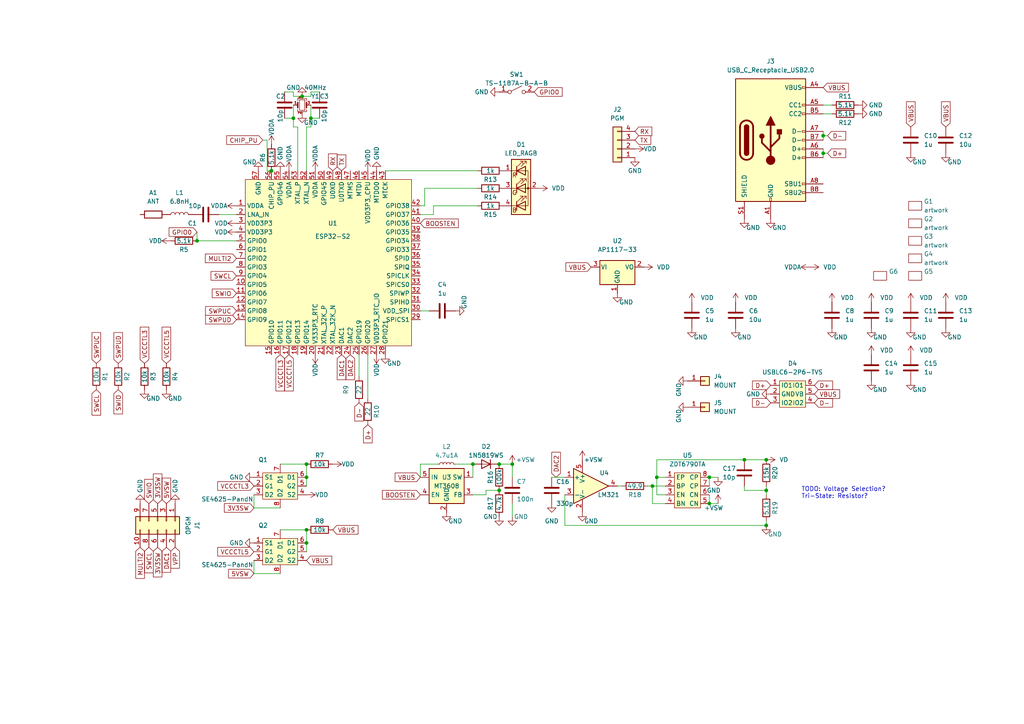
<source format=kicad_sch>
(kicad_sch (version 20230121) (generator eeschema)
  (paper "A4")
  (junction (at 78.74 49.53))
  (junction (at 238.76 39.37))
  (junction (at 205.74 146.05))
  (junction (at 144.78 142.24))
  (junction (at 88.9 157.48))
  (junction (at 222.25 142.24))
  (junction (at 57.15 69.85))
  (junction (at 85.09 34.29))
  (junction (at 222.25 152.4))
  (junction (at 238.76 44.45))
  (junction (at 137.16 134.62))
  (junction (at 88.9 153.67))
  (junction (at 222.25 133.35))
  (junction (at 189.23 140.97))
  (junction (at 87.63 27.94))
  (junction (at 190.5 138.43))
  (junction (at 144.78 134.62))
  (junction (at 205.74 138.43))
  (junction (at 215.9 133.35))
  (junction (at 148.59 134.62))
  (junction (at 88.9 134.62))
  (junction (at 90.17 34.29))
  (junction (at 88.9 138.43))
  (wire (pts (xy 90.17 36.83) (xy 90.17 34.29)))
  (wire (pts (xy 106.68 102.87) (xy 106.68 115.57)))
  (wire (pts (xy 81.28 153.67) (xy 88.9 153.67)))
  (wire (pts (xy 190.5 138.43) (xy 193.04 138.43)))
  (wire (pts (xy 81.28 134.62) (xy 88.9 134.62)))
  (wire (pts (xy 88.9 36.83) (xy 90.17 36.83)))
  (wire (pts (xy 73.66 166.37) (xy 73.66 162.56)))
  (wire (pts (xy 123.19 59.69) (xy 123.19 54.61)))
  (wire (pts (xy 88.9 153.67) (xy 88.9 157.48)))
  (wire (pts (xy 189.23 140.97) (xy 189.23 146.05)))
  (wire (pts (xy 238.76 39.37) (xy 240.03 39.37)))
  (wire (pts (xy 121.92 90.17) (xy 124.46 90.17)))
  (wire (pts (xy 85.09 26.67) (xy 82.55 26.67)))
  (wire (pts (xy 90.17 26.67) (xy 92.71 26.67)))
  (wire (pts (xy 215.9 142.24) (xy 215.9 140.97)))
  (wire (pts (xy 104.14 102.87) (xy 104.14 109.22)))
  (wire (pts (xy 189.23 140.97) (xy 193.04 140.97)))
  (wire (pts (xy 238.76 38.1) (xy 238.76 39.37)))
  (wire (pts (xy 123.19 59.69) (xy 121.92 59.69)))
  (wire (pts (xy 63.5 62.23) (xy 68.58 62.23)))
  (wire (pts (xy 238.76 44.45) (xy 238.76 45.72)))
  (wire (pts (xy 238.76 39.37) (xy 238.76 40.64)))
  (wire (pts (xy 222.25 152.4) (xy 222.25 151.13)))
  (wire (pts (xy 125.73 59.69) (xy 138.43 59.69)))
  (wire (pts (xy 76.2 40.64) (xy 77.47 40.64)))
  (wire (pts (xy 238.76 44.45) (xy 240.03 44.45)))
  (wire (pts (xy 85.09 34.29) (xy 85.09 30.48)))
  (wire (pts (xy 140.97 142.24) (xy 140.97 143.51)))
  (wire (pts (xy 111.76 49.53) (xy 138.43 49.53)))
  (wire (pts (xy 205.74 143.51) (xy 205.74 146.05)))
  (wire (pts (xy 190.5 133.35) (xy 215.9 133.35)))
  (wire (pts (xy 205.74 138.43) (xy 208.28 138.43)))
  (wire (pts (xy 187.96 140.97) (xy 189.23 140.97)))
  (wire (pts (xy 190.5 143.51) (xy 190.5 138.43)))
  (wire (pts (xy 205.74 138.43) (xy 205.74 140.97)))
  (wire (pts (xy 137.16 143.51) (xy 140.97 143.51)))
  (wire (pts (xy 222.25 140.97) (xy 222.25 142.24)))
  (wire (pts (xy 85.09 36.83) (xy 85.09 34.29)))
  (wire (pts (xy 137.16 134.62) (xy 137.16 138.43)))
  (wire (pts (xy 238.76 30.48) (xy 241.3 30.48)))
  (wire (pts (xy 215.9 142.24) (xy 222.25 142.24)))
  (wire (pts (xy 163.83 152.4) (xy 222.25 152.4)))
  (wire (pts (xy 81.28 166.37) (xy 73.66 166.37)))
  (wire (pts (xy 121.92 62.23) (xy 125.73 62.23)))
  (wire (pts (xy 215.9 133.35) (xy 222.25 133.35)))
  (wire (pts (xy 238.76 43.18) (xy 238.76 44.45)))
  (wire (pts (xy 160.02 138.43) (xy 163.83 138.43)))
  (wire (pts (xy 77.47 49.53) (xy 78.74 49.53)))
  (wire (pts (xy 88.9 134.62) (xy 88.9 138.43)))
  (wire (pts (xy 125.73 62.23) (xy 125.73 59.69)))
  (wire (pts (xy 77.47 40.64) (xy 77.47 49.53)))
  (wire (pts (xy 82.55 34.29) (xy 85.09 34.29)))
  (wire (pts (xy 90.17 34.29) (xy 90.17 30.48)))
  (wire (pts (xy 205.74 146.05) (xy 208.28 146.05)))
  (wire (pts (xy 180.34 140.97) (xy 179.07 140.97)))
  (wire (pts (xy 57.15 69.85) (xy 68.58 69.85)))
  (wire (pts (xy 88.9 49.53) (xy 88.9 36.83)))
  (wire (pts (xy 88.9 157.48) (xy 88.9 160.02)))
  (wire (pts (xy 132.08 134.62) (xy 137.16 134.62)))
  (wire (pts (xy 81.28 147.32) (xy 73.66 147.32)))
  (wire (pts (xy 90.17 27.94) (xy 90.17 26.67)))
  (wire (pts (xy 148.59 134.62) (xy 148.59 138.43)))
  (wire (pts (xy 190.5 138.43) (xy 190.5 133.35)))
  (wire (pts (xy 87.63 27.94) (xy 90.17 27.94)))
  (wire (pts (xy 144.78 142.24) (xy 140.97 142.24)))
  (wire (pts (xy 90.17 34.29) (xy 92.71 34.29)))
  (wire (pts (xy 148.59 146.05) (xy 148.59 149.86)))
  (wire (pts (xy 86.36 36.83) (xy 85.09 36.83)))
  (wire (pts (xy 238.76 33.02) (xy 241.3 33.02)))
  (wire (pts (xy 85.09 27.94) (xy 85.09 26.67)))
  (wire (pts (xy 222.25 143.51) (xy 222.25 142.24)))
  (wire (pts (xy 144.78 134.62) (xy 148.59 134.62)))
  (wire (pts (xy 123.19 54.61) (xy 138.43 54.61)))
  (wire (pts (xy 86.36 49.53) (xy 86.36 36.83)))
  (wire (pts (xy 87.63 27.94) (xy 85.09 27.94)))
  (wire (pts (xy 121.92 134.62) (xy 121.92 138.43)))
  (wire (pts (xy 88.9 138.43) (xy 88.9 140.97)))
  (wire (pts (xy 57.15 67.31) (xy 57.15 69.85)))
  (wire (pts (xy 127 134.62) (xy 121.92 134.62)))
  (wire (pts (xy 193.04 146.05) (xy 189.23 146.05)))
  (wire (pts (xy 193.04 143.51) (xy 190.5 143.51)))
  (wire (pts (xy 163.83 143.51) (xy 163.83 152.4)))
  (wire (pts (xy 73.66 147.32) (xy 73.66 143.51)))
  (text "TODO: Voltage Selection?\nTri-State: Resistor?" (at 232.41 144.78 0) (effects (font (size 1.27 1.27)) (justify left bottom)))
  (global_label "D-" (shape input) (at 223.52 116.84 180) (property "Intersheetrefs" "${INTERSHEET_REFS}" (effects hide)))
  (global_label "VCCCTL3" (shape input) (at 73.66 140.97 180) (property "Intersheetrefs" "${INTERSHEET_REFS}" (effects hide)))
  (global_label "SWIO" (shape input) (at 68.58 85.09 180) (property "Intersheetrefs" "${INTERSHEET_REFS}" (effects hide)))
  (global_label "VBUS" (shape input) (at 238.76 25.4 0) (property "Intersheetrefs" "${INTERSHEET_REFS}" (effects hide)))
  (global_label "D-" (shape input) (at 240.03 39.37 0) (property "Intersheetrefs" "${INTERSHEET_REFS}" (effects hide)))
  (global_label "SWCL" (shape input) (at 27.94 113.03 270) (property "Intersheetrefs" "${INTERSHEET_REFS}" (effects hide)))
  (global_label "VBUS" (shape input) (at 236.22 114.3 0) (property "Intersheetrefs" "${INTERSHEET_REFS}" (effects hide)))
  (global_label "VPP" (shape input) (at 50.8 158.75 270) (property "Intersheetrefs" "${INTERSHEET_REFS}" (effects hide)))
  (global_label "SWIO" (shape input) (at 43.18 146.05 90) (property "Intersheetrefs" "${INTERSHEET_REFS}" (effects hide)))
  (global_label "VCCCTL5" (shape input) (at 83.82 102.87 270) (property "Intersheetrefs" "${INTERSHEET_REFS}" (effects hide)))
  (global_label "VCCCTL5" (shape input) (at 73.66 160.02 180) (property "Intersheetrefs" "${INTERSHEET_REFS}" (effects hide)))
  (global_label "D-" (shape input) (at 236.22 116.84 0) (property "Intersheetrefs" "${INTERSHEET_REFS}" (effects hide)))
  (global_label "VBUS" (shape input) (at 264.16 36.83 90) (property "Intersheetrefs" "${INTERSHEET_REFS}" (effects hide)))
  (global_label "VBUS" (shape input) (at 88.9 162.56 0) (property "Intersheetrefs" "${INTERSHEET_REFS}" (effects hide)))
  (global_label "RX" (shape input) (at 184.15 38.1 0) (property "Intersheetrefs" "${INTERSHEET_REFS}" (effects hide)))
  (global_label "VCCCTL3" (shape input) (at 41.91 105.41 90) (property "Intersheetrefs" "${INTERSHEET_REFS}" (effects hide)))
  (global_label "MULTI2" (shape input) (at 40.64 158.75 270) (property "Intersheetrefs" "${INTERSHEET_REFS}" (effects hide)))
  (global_label "5VSW" (shape input) (at 73.66 166.37 180) (property "Intersheetrefs" "${INTERSHEET_REFS}" (effects hide)))
  (global_label "SWCL" (shape input) (at 68.58 80.01 180) (property "Intersheetrefs" "${INTERSHEET_REFS}" (effects hide)))
  (global_label "VCCCTL5" (shape input) (at 48.26 105.41 90) (property "Intersheetrefs" "${INTERSHEET_REFS}" (effects hide)))
  (global_label "VBUS" (shape input) (at 121.92 138.43 180) (property "Intersheetrefs" "${INTERSHEET_REFS}" (effects hide)))
  (global_label "3V3SW" (shape input) (at 45.72 158.75 270) (property "Intersheetrefs" "${INTERSHEET_REFS}" (effects hide)))
  (global_label "3V3SW" (shape input) (at 73.66 147.32 180) (property "Intersheetrefs" "${INTERSHEET_REFS}" (effects hide)))
  (global_label "DAC2" (shape input) (at 161.29 138.43 90) (property "Intersheetrefs" "${INTERSHEET_REFS}" (effects hide)))
  (global_label "SWPUD" (shape input) (at 68.58 92.71 180) (property "Intersheetrefs" "${INTERSHEET_REFS}" (effects hide)))
  (global_label "SWCL" (shape input) (at 43.18 158.75 270) (property "Intersheetrefs" "${INTERSHEET_REFS}" (effects hide)))
  (global_label "VBUS" (shape input) (at 274.32 36.83 90) (property "Intersheetrefs" "${INTERSHEET_REFS}" (effects hide)))
  (global_label "SWIO" (shape input) (at 34.29 113.03 270) (property "Intersheetrefs" "${INTERSHEET_REFS}" (effects hide)))
  (global_label "D+" (shape input) (at 236.22 111.76 0) (property "Intersheetrefs" "${INTERSHEET_REFS}" (effects hide)))
  (global_label "SWPUC" (shape input) (at 68.58 90.17 180) (property "Intersheetrefs" "${INTERSHEET_REFS}" (effects hide)))
  (global_label "VBUS" (shape input) (at 96.52 153.67 0) (property "Intersheetrefs" "${INTERSHEET_REFS}" (effects hide)))
  (global_label "SWPUD" (shape input) (at 34.29 105.41 90) (property "Intersheetrefs" "${INTERSHEET_REFS}" (effects hide)))
  (global_label "RX" (shape input) (at 96.52 49.53 90) (property "Intersheetrefs" "${INTERSHEET_REFS}" (effects hide)))
  (global_label "SWPUC" (shape input) (at 27.94 105.41 90) (property "Intersheetrefs" "${INTERSHEET_REFS}" (effects hide)))
  (global_label "D-" (shape input) (at 104.14 116.84 270) (property "Intersheetrefs" "${INTERSHEET_REFS}" (effects hide)))
  (global_label "MULTI2" (shape input) (at 68.58 74.93 180) (property "Intersheetrefs" "${INTERSHEET_REFS}" (effects hide)))
  (global_label "VCCCTL3" (shape input) (at 81.28 102.87 270) (property "Intersheetrefs" "${INTERSHEET_REFS}" (effects hide)))
  (global_label "5VSW" (shape input) (at 48.26 146.05 90) (property "Intersheetrefs" "${INTERSHEET_REFS}" (effects hide)))
  (global_label "DAC1" (shape input) (at 99.06 102.87 270) (property "Intersheetrefs" "${INTERSHEET_REFS}" (effects hide)))
  (global_label "TX" (shape input) (at 99.06 49.53 90) (property "Intersheetrefs" "${INTERSHEET_REFS}" (effects hide)))
  (global_label "VBUS" (shape input) (at 171.45 77.47 180) (property "Intersheetrefs" "${INTERSHEET_REFS}" (effects hide)))
  (global_label "GPIO0" (shape input) (at 154.94 26.67 0) (property "Intersheetrefs" "${INTERSHEET_REFS}" (effects hide)))
  (global_label "TX" (shape input) (at 184.15 40.64 0) (property "Intersheetrefs" "${INTERSHEET_REFS}" (effects hide)))
  (global_label "GPIO0" (shape input) (at 57.15 67.31 180) (property "Intersheetrefs" "${INTERSHEET_REFS}" (effects hide)))
  (global_label "D+" (shape input) (at 223.52 111.76 180) (property "Intersheetrefs" "${INTERSHEET_REFS}" (effects hide)))
  (global_label "3V3SW" (shape input) (at 45.72 146.05 90) (property "Intersheetrefs" "${INTERSHEET_REFS}" (effects hide)))
  (global_label "D+" (shape input) (at 240.03 44.45 0) (property "Intersheetrefs" "${INTERSHEET_REFS}" (effects hide)))
  (global_label "BOOSTEN" (shape input) (at 121.92 64.77 0) (property "Intersheetrefs" "${INTERSHEET_REFS}" (effects hide)))
  (global_label "CHIP_PU" (shape input) (at 76.2 40.64 180) (property "Intersheetrefs" "${INTERSHEET_REFS}" (effects hide)))
  (global_label "D+" (shape input) (at 106.68 123.19 270) (property "Intersheetrefs" "${INTERSHEET_REFS}" (effects hide)))
  (global_label "DAC2" (shape input) (at 101.6 102.87 270) (property "Intersheetrefs" "${INTERSHEET_REFS}" (effects hide)))
  (global_label "DAC1" (shape input) (at 48.26 158.75 270) (property "Intersheetrefs" "${INTERSHEET_REFS}" (effects hide)))
  (global_label "BOOSTEN" (shape input) (at 121.92 143.51 180) (property "Intersheetrefs" "${INTERSHEET_REFS}" (effects hide)))
  (symbol (lib_id "power:+VSW") (at 208.28 146.05 0) (unit 1)
    (property "Reference" "#PWR016" (effects hide))
    (property "Value" "+VSW" (at 207.01 147.32 0))
  )
  (symbol (lib_id "power:GND") (at 200.66 95.25 0) (unit 1)
    (property "Reference" "#PWR0126" (effects hide))
    (property "Value" "GND" (at 203.2 97.79 0))
  )
  (symbol (lib_id "Device:D") (at 140.97 134.62 180) (unit 1)
    (property "Reference" "D2" (at 140.97 129.54 0))
    (property "Value" "1N5819WS" (at 140.97 132.08 0))
    (property "Footprint" "Diode_SMD:D_SOD-323" (effects hide))
    (property "LCSC" "C191023" (effects hide))
  )
  (symbol (lib_id "artwork:artwork") (at 265.43 80.01 0) (unit 1)
    (property "Reference" "G5" (at 267.97 78.7399 0) (effects (justify left)))
    (property "Value" "artwork" (effects hide))
    (property "Footprint" "artwork:TentacleLargeFlip-Astronautilus" (effects hide))
  )
  (symbol (lib_id "power:VDD") (at 264.16 102.87 0) (unit 1)
    (property "Reference" "#PWR05" (effects hide))
    (property "Value" "VDD" (at 266.7 101.5999 0) (effects (justify left)))
  )
  (symbol (lib_id "Device:L") (at 52.07 62.23 90) (unit 1)
    (property "Reference" "L1" (at 52.07 55.88 90))
    (property "Value" "6.8nH" (at 52.07 58.42 90))
    (property "Footprint" "Inductor_SMD:L_0402_1005Metric" (effects hide))
    (property "LCSC" "C77110" (effects hide))
  )
  (symbol (lib_id "Device:R") (at 27.94 109.22 180) (unit 1)
    (property "Reference" "R1" (at 30.48 109.22 90))
    (property "Value" "10k" (at 27.94 109.22 90))
    (property "Footprint" "Resistor_SMD:R_0402_1005Metric" (effects hide))
    (property "LCSC" "C144807" (effects hide))
  )
  (symbol (lib_id "power:VDDA") (at 83.82 49.53 0) (unit 1)
    (property "Reference" "#PWR0114" (effects hide))
    (property "Value" "VDDA" (at 83.82 46.99 90) (effects (justify left)))
  )
  (symbol (lib_id "Device:R") (at 222.25 137.16 180) (unit 1)
    (property "Reference" "R20" (at 224.79 137.16 90))
    (property "Value" "15k" (at 222.25 137.16 90))
    (property "Footprint" "Resistor_SMD:R_0402_1005Metric" (effects hide))
    (property "LCSC" "C25756" (effects hide))
  )
  (symbol (lib_id "power:GND") (at 148.59 149.86 0) (unit 1)
    (property "Reference" "#PWR011" (effects hide))
    (property "Value" "GND" (at 151.13 149.86 0))
  )
  (symbol (lib_id "power:GND") (at 215.9 63.5 0) (unit 1)
    (property "Reference" "#PWR0120" (effects hide))
    (property "Value" "GND" (at 218.44 66.04 0))
  )
  (symbol (lib_id "Regulator_Linear:AP1117-33") (at 179.07 77.47 0) (unit 1)
    (property "Reference" "U2" (at 179.07 69.85 0))
    (property "Value" "AP1117-33" (at 179.07 72.39 0))
    (property "Footprint" "Package_TO_SOT_SMD:SOT-223-3_TabPin2" (effects hide))
    (property "Datasheet" "http://www.diodes.com/datasheets/AP1117.pdf" (effects hide))
    (property "LCSC" "C6186" (effects hide))
  )
  (symbol (lib_id "Switch:SW_SPST") (at 149.86 26.67 0) (unit 1)
    (property "Reference" "SW1" (at 149.86 21.59 0))
    (property "Value" "TS-1187A-B-A-B" (at 149.86 24.13 0))
    (property "Footprint" "Button_Switch_SMD:SW_SPST_TL3342" (effects hide))
    (property "LCSC" "C318884" (effects hide))
  )
  (symbol (lib_id "Device:C") (at 213.36 91.44 0) (unit 1)
    (property "Reference" "C6" (at 217.17 90.1699 0) (effects (justify left)))
    (property "Value" "10u" (at 217.17 92.7099 0) (effects (justify left)))
    (property "Footprint" "Capacitor_SMD:C_0603_1608Metric" (effects hide))
    (property "LCSC" "C18800" (effects hide))
  )
  (symbol (lib_id "Device:R") (at 44.45 62.23 270) (unit 1)
    (property "Reference" "A1" (at 44.45 55.88 90))
    (property "Value" "ANT" (at 44.45 58.42 90))
    (property "Footprint" "Resistor_SMD:R_1206_3216Metric" (effects hide))
    (property "LCSC" "C127629" (effects hide))
  )
  (symbol (lib_id "Device:R") (at 92.71 153.67 270) (unit 1)
    (property "Reference" "R8" (at 92.71 151.13 90))
    (property "Value" "10k" (at 92.71 153.67 90))
    (property "Footprint" "Resistor_SMD:R_0402_1005Metric" (effects hide))
    (property "LCSC" "C144807" (effects hide))
  )
  (symbol (lib_id "power:GND") (at 129.54 148.59 0) (unit 1)
    (property "Reference" "#PWR08" (effects hide))
    (property "Value" "GND" (at 132.08 151.13 0))
  )
  (symbol (lib_id "artwork:artwork") (at 265.43 74.93 0) (unit 1)
    (property "Reference" "G4" (at 267.97 73.6599 0) (effects (justify left)))
    (property "Value" "artwork" (at 267.97 76.1999 0) (effects (justify left)))
    (property "Footprint" "artwork:Tentacle4-Astronautilus" (effects hide))
  )
  (symbol (lib_id "power:GND") (at 179.07 85.09 0) (unit 1)
    (property "Reference" "#PWR0129" (effects hide))
    (property "Value" "GND" (at 181.61 87.63 0))
  )
  (symbol (lib_id "power:VDD") (at 264.16 87.63 0) (unit 1)
    (property "Reference" "#PWR0157" (effects hide))
    (property "Value" "VDD" (at 266.7 86.3599 0) (effects (justify left)))
  )
  (symbol (lib_id "power:VDD") (at 241.3 87.63 0) (unit 1)
    (property "Reference" "#PWR0150" (effects hide))
    (property "Value" "VDD" (at 243.84 86.3599 0) (effects (justify left)))
  )
  (symbol (lib_id "power:GND") (at 160.02 146.05 0) (unit 1)
    (property "Reference" "#PWR012" (effects hide))
    (property "Value" "GND" (at 160.02 151.13 0))
  )
  (symbol (lib_id "artwork:artwork") (at 265.43 69.85 0) (unit 1)
    (property "Reference" "G3" (at 267.97 68.5799 0) (effects (justify left)))
    (property "Value" "artwork" (at 267.97 71.1199 0) (effects (justify left)))
    (property "Footprint" "artwork:BoatOnWaterLarge-Astronautilus" (effects hide))
  )
  (symbol (lib_id "power:GND") (at 50.8 146.05 180) (unit 1)
    (property "Reference" "#PWR0104" (effects hide))
    (property "Value" "GND" (at 50.8 140.97 90))
  )
  (symbol (lib_id "artwork:artwork") (at 265.43 64.77 0) (unit 1)
    (property "Reference" "G2" (at 267.97 63.4999 0) (effects (justify left)))
    (property "Value" "artwork" (at 267.97 66.0399 0) (effects (justify left)))
    (property "Footprint" "artwork:Tentacle2-Astronautilus" (effects hide))
  )
  (symbol (lib_id "power:VDD") (at 49.53 69.85 90) (unit 1)
    (property "Reference" "#PWR0106" (effects hide))
    (property "Value" "VDD" (at 43.18 69.85 90) (effects (justify right)))
  )
  (symbol (lib_id "power:VDD") (at 109.22 102.87 180) (unit 1)
    (property "Reference" "#PWR0133" (effects hide))
    (property "Value" "VDD" (at 109.22 109.22 90) (effects (justify right)))
  )
  (symbol (lib_id "power:VDD") (at 68.58 67.31 90) (unit 1)
    (property "Reference" "#PWR0102" (effects hide))
    (property "Value" "VDD" (at 62.23 67.31 90) (effects (justify right)))
  )
  (symbol (lib_id "power:GND") (at 111.76 102.87 0) (unit 1)
    (property "Reference" "#PWR0160" (effects hide))
    (property "Value" "GND" (at 114.3 105.41 0))
  )
  (symbol (lib_id "power:GND") (at 109.22 49.53 180) (unit 1)
    (property "Reference" "#PWR0110" (effects hide))
    (property "Value" "GND" (at 109.22 44.45 90))
  )
  (symbol (lib_id "power:GND") (at 73.66 138.43 270) (unit 1)
    (property "Reference" "#PWR0135" (effects hide))
    (property "Value" "GND" (at 68.58 138.43 90))
  )
  (symbol (lib_id "power:GND") (at 208.28 138.43 0) (unit 1)
    (property "Reference" "#PWR015" (effects hide))
    (property "Value" "GND" (at 207.01 142.24 0))
  )
  (symbol (lib_id "power:GND") (at 184.15 45.72 0) (unit 1)
    (property "Reference" "#PWR0128" (effects hide))
    (property "Value" "GND" (at 184.15 49.53 0))
  )
  (symbol (lib_id "power:VDD") (at 184.15 43.18 270) (unit 1)
    (property "Reference" "#PWR0107" (effects hide))
    (property "Value" "VDD" (at 190.5 43.18 90) (effects (justify right)))
  )
  (symbol (lib_id "Regulator_Switching:MT3608") (at 129.54 140.97 0) (unit 1)
    (property "Reference" "U3" (at 129.54 138.43 0))
    (property "Value" "MT3608" (at 129.54 140.97 0))
    (property "Footprint" "Package_TO_SOT_SMD:SOT-23-6" (effects hide))
    (property "Datasheet" "https://www.olimex.com/Products/Breadboarding/BB-PWR-3608/resources/MT3608.pdf" (effects hide))
    (property "LCSC" "C84817" (effects hide))
  )
  (symbol (lib_id "Device:C") (at 160.02 142.24 0) (unit 1)
    (property "Reference" "C16" (at 161.29 139.7 0) (effects (justify left)))
    (property "Value" "330p" (at 161.29 146.05 0) (effects (justify left)))
    (property "Footprint" "Capacitor_SMD:C_0402_1005Metric" (effects hide))
    (property "LCSC" "C13533" (effects hide))
  )
  (symbol (lib_id "power:GND") (at 252.73 95.25 0) (unit 1)
    (property "Reference" "#PWR0148" (effects hide))
    (property "Value" "GND" (at 255.27 97.79 0))
  )
  (symbol (lib_id "power:VDD") (at 156.21 54.61 270) (unit 1)
    (property "Reference" "#PWR07" (effects hide))
    (property "Value" "VDD" (at 160.02 54.61 90) (effects (justify left)))
  )
  (symbol (lib_id "power:GND") (at 264.16 95.25 0) (unit 1)
    (property "Reference" "#PWR0156" (effects hide))
    (property "Value" "GND" (at 266.7 97.79 0))
  )
  (symbol (lib_id "Device:C") (at 148.59 142.24 0) (unit 1)
    (property "Reference" "C7" (at 149.86 139.7 0) (effects (justify left)))
    (property "Value" "100n" (at 149.86 144.78 0) (effects (justify left)))
    (property "Footprint" "Capacitor_SMD:C_0402_1005Metric" (effects hide))
    (property "LCSC" "C307331" (effects hide))
  )
  (symbol (lib_id "Device:C") (at 264.16 91.44 0) (unit 1)
    (property "Reference" "C11" (at 267.97 90.1699 0) (effects (justify left)))
    (property "Value" "1u" (at 267.97 92.7099 0) (effects (justify left)))
    (property "Footprint" "Capacitor_SMD:C_0402_1005Metric" (effects hide))
    (property "LCSC" "C106254" (effects hide))
  )
  (symbol (lib_id "power:GND") (at 40.64 146.05 180) (unit 1)
    (property "Reference" "#PWR0105" (effects hide))
    (property "Value" "GND" (at 40.64 140.97 90))
  )
  (symbol (lib_id "power:GND") (at 199.39 110.49 270) (unit 1)
    (property "Reference" "#PWR0158" (effects hide))
    (property "Value" "GND" (at 196.85 113.03 0))
  )
  (symbol (lib_id "power:GND") (at 264.16 44.45 0) (unit 1)
    (property "Reference" "#PWR0152" (effects hide))
    (property "Value" "GND" (at 266.7 46.99 0))
  )
  (symbol (lib_id "Device:R") (at 106.68 119.38 0) (unit 1)
    (property "Reference" "R10" (at 109.22 119.38 90))
    (property "Value" "22" (at 106.68 119.38 90))
    (property "Footprint" "Resistor_SMD:R_0402_1005Metric" (effects hide))
    (property "LCSC" "C25092" (effects hide))
  )
  (symbol (lib_id "Device:C") (at 252.73 106.68 0) (unit 1)
    (property "Reference" "C14" (at 256.54 105.4099 0) (effects (justify left)))
    (property "Value" "1u" (at 256.54 107.9499 0) (effects (justify left)))
    (property "Footprint" "Capacitor_SMD:C_0402_1005Metric" (effects hide))
    (property "LCSC" "C106254" (effects hide))
  )
  (symbol (lib_id "power:GND") (at 48.26 113.03 0) (unit 1)
    (property "Reference" "#PWR0109" (effects hide))
    (property "Value" "GND" (at 50.8 115.57 0))
  )
  (symbol (lib_id "power:GND") (at 248.92 33.02 90) (unit 1)
    (property "Reference" "#PWR0153" (effects hide))
    (property "Value" "GND" (at 254 33.02 90))
  )
  (symbol (lib_id "power:GND") (at 87.63 27.94 180) (unit 1)
    (property "Reference" "#PWR0117" (effects hide))
    (property "Value" "GND" (at 85.09 25.4 0))
  )
  (symbol (lib_id "power:VDD") (at 252.73 87.63 0) (unit 1)
    (property "Reference" "#PWR0155" (effects hide))
    (property "Value" "VDD" (at 255.27 86.3599 0) (effects (justify left)))
  )
  (symbol (lib_id "Connector_Generic:Conn_02x05_Odd_Even") (at 45.72 151.13 270) (unit 1)
    (property "Reference" "J1" (at 57.15 152.4 0))
    (property "Value" "OPGM" (at 54.61 152.4 0))
    (property "Footprint" "Connector_PinHeader_2.54mm:PinHeader_2x05_P2.54mm_Horizontal" (effects hide))
    (property "LCSC" "C239336" (effects hide))
  )
  (symbol (lib_id "power:GND") (at 213.36 95.25 0) (unit 1)
    (property "Reference" "#PWR0124" (effects hide))
    (property "Value" "GND" (at 215.9 97.79 0))
  )
  (symbol (lib_id "power:GND") (at 144.78 149.86 0) (unit 1)
    (property "Reference" "#PWR09" (effects hide))
    (property "Value" "GND" (at 142.24 149.86 0))
  )
  (symbol (lib_id "artwork:artwork") (at 265.43 59.69 0) (unit 1)
    (property "Reference" "G1" (at 267.97 58.4199 0) (effects (justify left)))
    (property "Value" "artwork" (at 267.97 60.9599 0) (effects (justify left)))
    (property "Footprint" "artwork:Tentacle1-Astronautilus" (effects hide))
  )
  (symbol (lib_id "power:+VSW") (at 148.59 134.62 0) (unit 1)
    (property "Reference" "#PWR010" (effects hide))
    (property "Value" "+VSW" (at 152.4 133.35 0))
  )
  (symbol (lib_id "Device:C") (at 274.32 40.64 0) (unit 1)
    (property "Reference" "C12" (at 278.13 39.3699 0) (effects (justify left)))
    (property "Value" "10u" (at 278.13 41.9099 0) (effects (justify left)))
    (property "Footprint" "Capacitor_SMD:C_0603_1608Metric" (effects hide))
    (property "LCSC" "C18800" (effects hide))
  )
  (symbol (lib_id "esp32s2:ESP32-S2") (at 95.25 76.2 0) (unit 1)
    (property "Reference" "U1" (at 96.52 64.77 0))
    (property "Value" "ESP32-S2" (at 96.52 68.58 0))
    (property "Footprint" "cnhardware:ESP32S2" (effects hide))
    (property "LCSC" "C2840995" (effects hide))
  )
  (symbol (lib_id "artwork:artwork") (at 255.27 80.01 0) (unit 1)
    (property "Reference" "G6" (at 257.81 78.7399 0) (effects (justify left)))
    (property "Value" "artwork" (effects hide))
    (property "Footprint" "artwork:TentacleLarge-Astronautilus" (effects hide))
  )
  (symbol (lib_id "power:GND") (at 248.92 30.48 90) (unit 1)
    (property "Reference" "#PWR0154" (effects hide))
    (property "Value" "GND" (at 254 30.48 90))
  )
  (symbol (lib_id "power:GND") (at 274.32 44.45 0) (unit 1)
    (property "Reference" "#PWR0151" (effects hide))
    (property "Value" "GND" (at 276.86 46.99 0))
  )
  (symbol (lib_id "power:GND") (at 274.32 95.25 0) (unit 1)
    (property "Reference" "#PWR02" (effects hide))
    (property "Value" "GND" (at 276.86 97.79 0))
  )
  (symbol (lib_id "Device:R") (at 53.34 69.85 90) (unit 1)
    (property "Reference" "R5" (at 53.34 72.39 90))
    (property "Value" "5.1k" (at 53.34 69.85 90))
    (property "Footprint" "Resistor_SMD:R_0402_1005Metric" (effects hide))
    (property "LCSC" "C105872" (effects hide))
  )
  (symbol (lib_id "Device:C") (at 215.9 137.16 0) (unit 1)
    (property "Reference" "C17" (at 209.55 135.89 0) (effects (justify left)))
    (property "Value" "10p" (at 209.55 138.43 0) (effects (justify left)))
    (property "Footprint" "Capacitor_SMD:C_0402_1005Metric" (effects hide))
    (property "LCSC" "C106199" (effects hide))
  )
  (symbol (lib_id "power:GND") (at 87.63 33.02 0) (unit 1)
    (property "Reference" "#PWR0118" (effects hide))
    (property "Value" "GND" (at 90.17 35.56 0))
  )
  (symbol (lib_id "SE4625-PandN:SE4625-PandN") (at 81.28 140.97 0) (unit 1)
    (property "Reference" "Q1" (at 74.93 133.35 0) (effects (justify left)))
    (property "Value" "SE4625-PandN" (at 58.42 144.78 0) (effects (justify left)))
    (property "Footprint" "cnhardware:DFN-6-2x2-SplitPad" (effects hide))
    (property "LCSC" "C730094" (effects hide))
  )
  (symbol (lib_id "Device:R") (at 78.74 45.72 180) (unit 1)
    (property "Reference" "R6" (at 76.2 45.72 90))
    (property "Value" "5.1k" (at 78.74 45.72 90))
    (property "Footprint" "Resistor_SMD:R_0402_1005Metric" (effects hide))
    (property "LCSC" "C105872" (effects hide))
  )
  (symbol (lib_id "power:GND") (at 241.3 95.25 0) (unit 1)
    (property "Reference" "#PWR0149" (effects hide))
    (property "Value" "GND" (at 243.84 97.79 0))
  )
  (symbol (lib_id "power:VDD") (at 88.9 143.51 270) (unit 1)
    (property "Reference" "#PWR0136" (effects hide))
    (property "Value" "VDD" (at 95.25 143.51 90) (effects (justify right)))
  )
  (symbol (lib_id "Device:R") (at 184.15 140.97 90) (unit 1)
    (property "Reference" "R18" (at 184.15 143.51 90))
    (property "Value" "49.9" (at 184.15 140.97 90))
    (property "Footprint" "Resistor_SMD:R_0402_1005Metric" (effects hide))
    (property "LCSC" "C25120" (effects hide))
  )
  (symbol (lib_id "power:GND") (at 144.78 26.67 270) (unit 1)
    (property "Reference" "#PWR0116" (effects hide))
    (property "Value" "GND" (at 139.7 26.67 90))
  )
  (symbol (lib_id "Device:R") (at 144.78 138.43 180) (unit 1)
    (property "Reference" "R16" (at 142.24 138.43 90))
    (property "Value" "100k" (at 144.78 138.43 90))
    (property "Footprint" "Resistor_SMD:R_0402_1005Metric" (effects hide))
    (property "LCSC" "C25741" (effects hide))
  )
  (symbol (lib_id "Device:R") (at 144.78 146.05 180) (unit 1)
    (property "Reference" "R17" (at 142.24 146.05 90))
    (property "Value" "4.7k" (at 144.78 146.05 90))
    (property "Footprint" "Resistor_SMD:R_0402_1005Metric" (effects hide))
    (property "LCSC" "C25900" (effects hide))
  )
  (symbol (lib_id "power:VDD") (at 234.95 77.47 270) (unit 1)
    (property "Reference" "#PWR0144" (effects hide))
    (property "Value" "VDD" (at 238.76 77.4699 90) (effects (justify left)))
  )
  (symbol (lib_id "Device:C") (at 82.55 30.48 0) (unit 1)
    (property "Reference" "C2" (at 80.01 27.94 0) (effects (justify left)))
    (property "Value" "10p" (at 81.28 35.56 90) (effects (justify left)))
    (property "Footprint" "Capacitor_SMD:C_0402_1005Metric" (effects hide))
    (property "LCSC" "C106199" (effects hide))
  )
  (symbol (lib_id "power:VDD") (at 274.32 87.63 0) (unit 1)
    (property "Reference" "#PWR01" (effects hide))
    (property "Value" "VDD" (at 276.86 86.3599 0) (effects (justify left)))
  )
  (symbol (lib_id "Device:R") (at 41.91 109.22 180) (unit 1)
    (property "Reference" "R3" (at 44.45 109.22 90))
    (property "Value" "10k" (at 41.91 109.22 90))
    (property "Footprint" "Resistor_SMD:R_0402_1005Metric" (effects hide))
    (property "LCSC" "C144807" (effects hide))
  )
  (symbol (lib_id "power:VDD") (at 186.69 77.47 270) (unit 1)
    (property "Reference" "#PWR0130" (effects hide))
    (property "Value" "VDD" (at 190.5 77.4699 90) (effects (justify left)))
  )
  (symbol (lib_id "power:GND") (at 223.52 114.3 270) (unit 1)
    (property "Reference" "#PWR0122" (effects hide))
    (property "Value" "GND" (at 218.44 114.3 90))
  )
  (symbol (lib_id "power:GND") (at 81.28 49.53 180) (unit 1)
    (property "Reference" "#PWR0115" (effects hide))
    (property "Value" "GND" (at 81.28 44.45 90))
  )
  (symbol (lib_id "Device:R") (at 142.24 49.53 270) (unit 1)
    (property "Reference" "R13" (at 142.24 52.07 90))
    (property "Value" "1k" (at 142.24 49.53 90))
    (property "Footprint" "Resistor_SMD:R_0402_1005Metric" (effects hide))
    (property "LCSC" "C102748" (effects hide))
  )
  (symbol (lib_id "Device:R") (at 92.71 134.62 270) (unit 1)
    (property "Reference" "R7" (at 92.71 132.08 90))
    (property "Value" "10k" (at 92.71 134.62 90))
    (property "Footprint" "Resistor_SMD:R_0402_1005Metric" (effects hide))
    (property "LCSC" "C144807" (effects hide))
  )
  (symbol (lib_id "power:VDDA") (at 68.58 59.69 90) (unit 1)
    (property "Reference" "#PWR0101" (effects hide))
    (property "Value" "VDDA" (at 66.04 59.69 90) (effects (justify left)))
  )
  (symbol (lib_id "power:GND") (at 199.39 118.11 270) (unit 1)
    (property "Reference" "#PWR0159" (effects hide))
    (property "Value" "GND" (at 196.85 120.65 0))
  )
  (symbol (lib_id "Device:C") (at 128.27 90.17 90) (unit 1)
    (property "Reference" "C4" (at 128.27 82.55 90))
    (property "Value" "1u" (at 128.27 85.09 90))
    (property "Footprint" "Capacitor_SMD:C_0402_1005Metric" (effects hide))
    (property "LCSC" "C106254" (effects hide))
  )
  (symbol (lib_id "power:GND") (at 74.93 49.53 180) (unit 1)
    (property "Reference" "#PWR0112" (effects hide))
    (property "Value" "GND" (at 72.39 46.99 0))
  )
  (symbol (lib_id "Device:R") (at 142.24 54.61 270) (unit 1)
    (property "Reference" "R14" (at 142.24 57.15 90))
    (property "Value" "1k" (at 142.24 54.61 90))
    (property "Footprint" "Resistor_SMD:R_0402_1005Metric" (effects hide))
    (property "LCSC" "C102748" (effects hide))
  )
  (symbol (lib_id "Device:C") (at 59.69 62.23 90) (unit 1)
    (property "Reference" "C1" (at 57.15 64.77 90) (effects (justify left)))
    (property "Value" "10p" (at 58.42 59.69 90) (effects (justify left)))
    (property "Footprint" "Capacitor_SMD:C_0402_1005Metric" (effects hide))
    (property "LCSC" "C106199" (effects hide))
  )
  (symbol (lib_id "power:GND") (at 41.91 113.03 0) (unit 1)
    (property "Reference" "#PWR0108" (effects hide))
    (property "Value" "GND" (at 44.45 115.57 0))
  )
  (symbol (lib_id "power:VDDA") (at 91.44 49.53 0) (unit 1)
    (property "Reference" "#PWR0111" (effects hide))
    (property "Value" "VDDA" (at 91.44 46.99 90) (effects (justify left)))
  )
  (symbol (lib_id "power:VD") (at 222.25 133.35 270) (unit 1)
    (property "Reference" "#PWR018" (effects hide))
    (property "Value" "VD" (at 226.06 133.35 90) (effects (justify left)))
  )
  (symbol (lib_id "power:VDD") (at 96.52 134.62 270) (unit 1)
    (property "Reference" "#PWR0137" (effects hide))
    (property "Value" "VDD" (at 102.87 134.62 90) (effects (justify right)))
  )
  (symbol (lib_id "Device:C") (at 264.16 106.68 0) (unit 1)
    (property "Reference" "C15" (at 267.97 105.4099 0) (effects (justify left)))
    (property "Value" "1u" (at 267.97 107.9499 0) (effects (justify left)))
    (property "Footprint" "Capacitor_SMD:C_0402_1005Metric" (effects hide))
    (property "LCSC" "C106254" (effects hide))
  )
  (symbol (lib_id "Amplifier_Operational:LM321") (at 171.45 140.97 0) (unit 1)
    (property "Reference" "U4" (at 175.26 137.16 0))
    (property "Value" "LM321" (at 176.53 143.51 0))
    (property "Footprint" "Package_TO_SOT_SMD:SOT-23-5" (effects hide))
    (property "Datasheet" "http://www.ti.com/lit/ds/symlink/lm321.pdf" (effects hide))
    (property "LCSC" "C5252901" (effects hide))
  )
  (symbol (lib_id "Device:C") (at 252.73 91.44 0) (unit 1)
    (property "Reference" "C9" (at 256.54 90.1699 0) (effects (justify left)))
    (property "Value" "1u" (at 256.54 92.7099 0) (effects (justify left)))
    (property "Footprint" "Capacitor_SMD:C_0402_1005Metric" (effects hide))
    (property "LCSC" "C106254" (effects hide))
  )
  (symbol (lib_id "Connector_Generic:Conn_01x01") (at 204.47 110.49 0) (unit 1)
    (property "Reference" "J4" (at 207.01 109.2199 0) (effects (justify left)))
    (property "Value" "MOUNT" (at 207.01 111.7599 0) (effects (justify left)))
    (property "Footprint" "MountingHole:MountingHole_2.2mm_M2_DIN965_Pad" (effects hide))
  )
  (symbol (lib_id "Device:R") (at 222.25 147.32 180) (unit 1)
    (property "Reference" "R19" (at 224.79 147.32 90))
    (property "Value" "5.1k" (at 222.25 147.32 90))
    (property "Footprint" "Resistor_SMD:R_0402_1005Metric" (effects hide))
    (property "LCSC" "C105872" (effects hide))
  )
  (symbol (lib_id "Device:C") (at 200.66 91.44 0) (unit 1)
    (property "Reference" "C5" (at 204.47 90.1699 0) (effects (justify left)))
    (property "Value" "1u" (at 204.47 92.7099 0) (effects (justify left)))
    (property "Footprint" "Capacitor_SMD:C_0402_1005Metric" (effects hide))
    (property "LCSC" "C106254" (effects hide))
  )
  (symbol (lib_id "Device:Crystal_GND24_Small") (at 87.63 30.48 0) (unit 1)
    (property "Reference" "Y1" (at 91.44 27.94 0))
    (property "Value" "40MHz" (at 91.44 25.4 0))
    (property "Footprint" "Crystal:Crystal_SMD_2016-4Pin_2.0x1.6mm" (effects hide))
    (property "LCSC" "C648970" (effects hide))
  )
  (symbol (lib_id "Device:C") (at 92.71 30.48 0) (unit 1)
    (property "Reference" "C3" (at 92.71 27.94 0) (effects (justify left)))
    (property "Value" "10p" (at 93.98 35.56 90) (effects (justify left)))
    (property "Footprint" "Capacitor_SMD:C_0402_1005Metric" (effects hide))
    (property "LCSC" "C106199" (effects hide))
  )
  (symbol (lib_id "power:GND") (at 223.52 63.5 0) (unit 1)
    (property "Reference" "#PWR0121" (effects hide))
    (property "Value" "GND" (at 226.06 66.04 0))
  )
  (symbol (lib_id "power:GND") (at 252.73 110.49 0) (unit 1)
    (property "Reference" "#PWR04" (effects hide))
    (property "Value" "GND" (at 255.27 113.03 0))
  )
  (symbol (lib_id "Connector:USB_C_Receptacle_USB2.0") (at 223.52 40.64 0) (unit 1)
    (property "Reference" "J3" (at 223.52 17.78 0))
    (property "Value" "USB_C_Receptacle_USB2.0" (at 223.52 20.32 0))
    (property "Footprint" "Connector_USB:USB_C_Receptacle_HRO_TYPE-C-31-M-12" (effects hide))
    (property "Datasheet" "https://www.usb.org/sites/default/files/documents/usb_type-c.zip" (effects hide))
    (property "LCSC" "C2765186" (effects hide))
  )
  (symbol (lib_id "Connector_Generic:Conn_01x04") (at 179.07 43.18 180) (unit 1)
    (property "Reference" "J2" (at 179.07 31.75 0))
    (property "Value" "PGM" (at 179.07 34.29 0))
    (property "Footprint" "Connector_PinHeader_2.54mm:PinHeader_1x04_P2.54mm_Vertical" (effects hide))
    (property "LCSC" "NP" (effects hide))
  )
  (symbol (lib_id "power:GND") (at 222.25 152.4 0) (unit 1)
    (property "Reference" "#PWR017" (effects hide))
    (property "Value" "GND" (at 224.79 154.94 0))
  )
  (symbol (lib_id "power:VDD") (at 252.73 102.87 0) (unit 1)
    (property "Reference" "#PWR03" (effects hide))
    (property "Value" "VDD" (at 255.27 101.5999 0) (effects (justify left)))
  )
  (symbol (lib_id "power:VDD") (at 213.36 87.63 0) (unit 1)
    (property "Reference" "#PWR0123" (effects hide))
    (property "Value" "VDD" (at 215.9 86.3599 0) (effects (justify left)))
  )
  (symbol (lib_id "Device:C") (at 274.32 91.44 0) (unit 1)
    (property "Reference" "C13" (at 278.13 90.1699 0) (effects (justify left)))
    (property "Value" "1u" (at 278.13 92.7099 0) (effects (justify left)))
    (property "Footprint" "Capacitor_SMD:C_0402_1005Metric" (effects hide))
    (property "LCSC" "C106254" (effects hide))
  )
  (symbol (lib_id "Device:C") (at 241.3 91.44 0) (unit 1)
    (property "Reference" "C8" (at 245.11 90.1699 0) (effects (justify left)))
    (property "Value" "1u" (at 245.11 92.7099 0) (effects (justify left)))
    (property "Footprint" "Capacitor_SMD:C_0402_1005Metric" (effects hide))
    (property "LCSC" "C106254" (effects hide))
  )
  (symbol (lib_id "SE4625-PandN:SE4625-PandN") (at 81.28 160.02 0) (unit 1)
    (property "Reference" "Q2" (at 74.93 152.4 0) (effects (justify left)))
    (property "Value" "SE4625-PandN" (at 58.42 163.83 0) (effects (justify left)))
    (property "Footprint" "cnhardware:DFN-6-2x2-SplitPad" (effects hide))
    (property "LCSC" "C730094" (effects hide))
  )
  (symbol (lib_id "power:VDD") (at 91.44 102.87 180) (unit 1)
    (property "Reference" "#PWR0132" (effects hide))
    (property "Value" "VDD" (at 91.44 109.22 90) (effects (justify right)))
  )
  (symbol (lib_id "power:GND") (at 264.16 110.49 0) (unit 1)
    (property "Reference" "#PWR06" (effects hide))
    (property "Value" "GND" (at 266.7 113.03 0))
  )
  (symbol (lib_id "Device:C") (at 264.16 40.64 180) (unit 1)
    (property "Reference" "C10" (at 267.97 39.3699 0) (effects (justify right)))
    (property "Value" "1u" (at 267.97 41.9099 0) (effects (justify right)))
    (property "Footprint" "Capacitor_SMD:C_0402_1005Metric" (effects hide))
    (property "LCSC" "C106254" (effects hide))
  )
  (symbol (lib_id "Device:R") (at 48.26 109.22 180) (unit 1)
    (property "Reference" "R4" (at 50.8 109.22 90))
    (property "Value" "10k" (at 48.26 109.22 90))
    (property "Footprint" "Resistor_SMD:R_0402_1005Metric" (effects hide))
    (property "LCSC" "C144807" (effects hide))
  )
  (symbol (lib_id "power:+VSW") (at 168.91 133.35 0) (unit 1)
    (property "Reference" "#PWR013" (effects hide))
    (property "Value" "+VSW" (at 172.085 133.35 0))
  )
  (symbol (lib_id "power:VDD") (at 200.66 87.63 0) (unit 1)
    (property "Reference" "#PWR0125" (effects hide))
    (property "Value" "VDD" (at 203.2 86.3599 0) (effects (justify left)))
  )
  (symbol (lib_id "power:VDDA") (at 234.95 77.47 90) (unit 1)
    (property "Reference" "#PWR0145" (effects hide))
    (property "Value" "VDDA" (at 232.41 77.47 90) (effects (justify left)))
  )
  (symbol (lib_id "Device:R") (at 104.14 113.03 180) (unit 1)
    (property "Reference" "R9" (at 100.33 113.03 90))
    (property "Value" "22" (at 104.14 113.03 90))
    (property "Footprint" "Resistor_SMD:R_0402_1005Metric" (effects hide))
    (property "LCSC" "C25092" (effects hide))
  )
  (symbol (lib_id "power:GND") (at 168.91 148.59 0) (unit 1)
    (property "Reference" "#PWR014" (effects hide))
    (property "Value" "GND" (at 171.45 151.13 0))
  )
  (symbol (lib_id "Device:LED_RAGB") (at 151.13 54.61 0) (unit 1)
    (property "Reference" "D1" (at 151.13 41.91 0))
    (property "Value" "LED_RAGB" (at 151.13 44.45 0))
    (property "Footprint" "LED_SMD:LED_WS2812B-2020_PLCC4_2.0x2.0mm" (effects hide))
    (property "LCSC" "C965840" (effects hide))
  )
  (symbol (lib_id "Device:R") (at 245.11 30.48 90) (unit 1)
    (property "Reference" "R11" (at 245.11 27.94 90))
    (property "Value" "5.1k" (at 245.11 30.48 90))
    (property "Footprint" "Resistor_SMD:R_0402_1005Metric" (effects hide))
    (property "LCSC" "C105872" (effects hide))
  )
  (symbol (lib_id "Device:R") (at 142.24 59.69 270) (unit 1)
    (property "Reference" "R15" (at 142.24 62.23 90))
    (property "Value" "1k" (at 142.24 59.69 90))
    (property "Footprint" "Resistor_SMD:R_0402_1005Metric" (effects hide))
    (property "LCSC" "C102748" (effects hide))
  )
  (symbol (lib_id "power:VDD") (at 68.58 64.77 90) (unit 1)
    (property "Reference" "#PWR0103" (effects hide))
    (property "Value" "VDD" (at 62.23 64.77 90) (effects (justify right)))
  )
  (symbol (lib_id "Device:R") (at 245.11 33.02 90) (unit 1)
    (property "Reference" "R12" (at 245.11 35.56 90))
    (property "Value" "5.1k" (at 245.11 33.02 90))
    (property "Footprint" "Resistor_SMD:R_0402_1005Metric" (effects hide))
    (property "LCSC" "C105872" (effects hide))
  )
  (symbol (lib_id "Device:R") (at 34.29 109.22 180) (unit 1)
    (property "Reference" "R2" (at 36.83 109.22 90))
    (property "Value" "10k" (at 34.29 109.22 90))
    (property "Footprint" "Resistor_SMD:R_0402_1005Metric" (effects hide))
    (property "LCSC" "C144807" (effects hide))
  )
  (symbol (lib_id "Device:L_Small") (at 129.54 134.62 90) (unit 1)
    (property "Reference" "L2" (at 129.54 129.54 90))
    (property "Value" "4.7u1A" (at 129.54 132.08 90))
    (property "Footprint" "Inductor_SMD:L_1008_2520Metric" (effects hide))
    (property "LCSC" "C98340" (effects hide))
  )
  (symbol (lib_id "USBLC6-2P6-TVS:USBLC6-2P6-TVS") (at 229.87 114.3 0) (unit 1)
    (property "Reference" "D4" (at 229.87 105.41 0))
    (property "Value" "USBLC6-2P6-TVS" (at 229.87 107.95 0))
    (property "Footprint" "Package_TO_SOT_SMD:SOT-666" (effects hide))
    (property "LCSC" "C2827693" (effects hide))
  )
  (symbol (lib_id "power:GND") (at 73.66 157.48 270) (unit 1)
    (property "Reference" "#PWR0131" (effects hide))
    (property "Value" "GND" (at 68.58 157.48 90))
  )
  (symbol (lib_id "power:VDDA") (at 78.74 41.91 0) (unit 1)
    (property "Reference" "#PWR0113" (effects hide))
    (property "Value" "VDDA" (at 78.74 39.37 90) (effects (justify left)))
  )
  (symbol (lib_id "power:VDD") (at 106.68 49.53 0) (unit 1)
    (property "Reference" "#PWR0119" (effects hide))
    (property "Value" "VDD" (at 106.68 43.18 90) (effects (justify right)))
  )
  (symbol (lib_id "power:GND") (at 132.08 90.17 90) (unit 1)
    (property "Reference" "#PWR0134" (effects hide))
    (property "Value" "GND" (at 134.62 87.63 0))
  )
  (symbol (lib_id "Connector_Generic:Conn_01x01") (at 204.47 118.11 0) (unit 1)
    (property "Reference" "J5" (at 207.01 116.8399 0) (effects (justify left)))
    (property "Value" "MOUNT" (at 207.01 119.3799 0) (effects (justify left)))
    (property "Footprint" "MountingHole:MountingHole_2.2mm_M2_DIN965_Pad" (effects hide))
  )
  (symbol (lib_id "cnhardware:ZDT6790-COMPLEMENTARY-BJT") (at 199.39 142.24 0) (unit 1)
    (property "Reference" "U5" (at 199.39 132.08 0))
    (property "Value" "ZDT6790TA" (at 199.39 134.62 0))
    (property "Footprint" "Package_TO_SOT_SMD:SOT-223-8" (effects hide))
    (property "LCSC" "C460114" (effects hide))
  )
)
</source>
